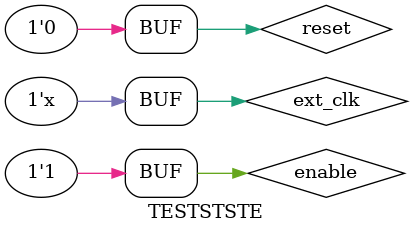
<source format=v>
`timescale 1ns / 1ps


module TESTSTSTE;

	// Inputs
	reg enable;
	reg reset;
	reg ext_clk;

	// Outputs
	wire [7:0] color;
	wire HSync;
	wire VSync;
	wire on;

	// Instantiate the Unit Under Test (UUT)
	computer uut (
		.enable(enable), 
		.reset(reset), 
		.ext_clk(ext_clk), 
		.color(color), 
		.HSync(HSync), 
		.VSync(VSync), 
		.on(on)
	);
   
   always #2 ext_clk = ~ext_clk;

	initial begin
		// Initialize Inputs
		enable = 0;
		reset = 0;
		ext_clk = 0;

		// Wait 100 ns for global reset to finish
		#100;
        
		// Add stimulus here
      enable = 1;
      

	end
      
endmodule


</source>
